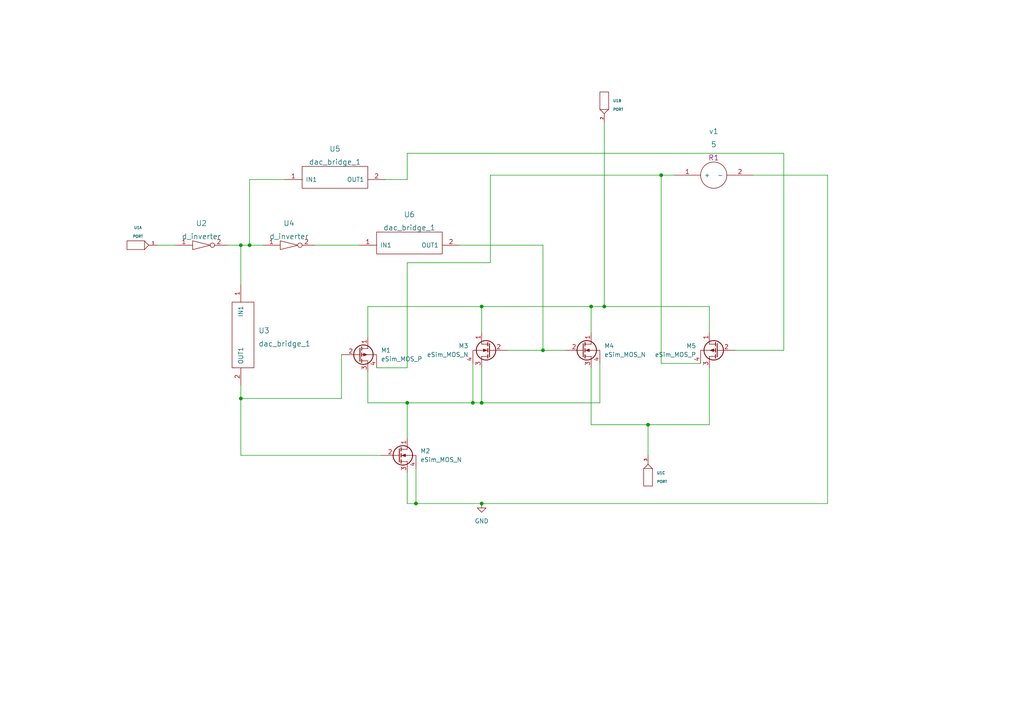
<source format=kicad_sch>
(kicad_sch (version 20211123) (generator eeschema)
  (paper "A4")
  (lib_symbols
    (symbol "eSim_Devices:eSim_MOS_N" (pin_names (offset 0) hide)
      (property "Reference" "M" (at 0 -3.81 0))
      (property "Value" "eSim_MOS_N" (at 2.54 -1.27 0))
      (symbol "eSim_MOS_N_0_1"
        (polyline (pts (xy 3.302 -7.366) (xy 3.302 -6.35)) (stroke (width 0.254)))
        (polyline (pts (xy 3.302 -6.858) (xy 5.08 -6.858)))
        (polyline (pts (xy 3.302 -5.588) (xy 3.302 -4.572)) (stroke (width 0.254)))
        (polyline (pts (xy 3.302 -5.08) (xy 5.08 -5.08)))
        (polyline (pts (xy 3.302 -3.81) (xy 3.302 -2.794)) (stroke (width 0.254)))
        (polyline (pts (xy 3.302 -3.302) (xy 5.08 -3.302)))
        (polyline (pts (xy 5.08 -7.62) (xy 5.08 -6.858)))
        (polyline (pts (xy 5.08 -3.302) (xy 5.08 -2.54)))
        (polyline (pts (xy 2.794 -6.985) (xy 2.794 -3.175) (xy 2.794 -3.175)) (stroke (width 0.254)))
        (polyline (pts (xy 5.08 -5.08) (xy 7.62 -5.08) (xy 7.62 -6.35)))
        (polyline (pts (xy 3.556 -5.08) (xy 4.572 -5.461) (xy 4.572 -4.699) (xy 3.556 -5.08)) (fill (type outline)))
        (circle (center 3.81 -5.08) (radius 2.8194) (stroke (width 0.254)))
      )
      (symbol "eSim_MOS_N_1_1"
        (pin passive line (at 5.08 0 270) (length 2.54) (name "D") (number "1"))
        (pin passive line (at -2.54 -5.08 0) (length 5.334) (name "G") (number "2"))
        (pin passive line (at 5.08 -10.16 90) (length 2.54) (name "S") (number "3"))
        (pin passive line (at 7.62 -8.89 90) (length 2.4892) (name "B") (number "4"))
      )
    )
    (symbol "eSim_Devices:eSim_MOS_P" (pin_names (offset 0) hide)
      (property "Reference" "M" (at -1.27 1.27 0))
      (property "Value" "eSim_MOS_P" (at 1.27 3.81 0))
      (symbol "eSim_MOS_P_0_1"
        (polyline (pts (xy 2.032 -1.778) (xy 3.81 -1.778)))
        (polyline (pts (xy 2.032 -1.27) (xy 2.032 -2.286)) (stroke (width 0.254)))
        (polyline (pts (xy 2.032 0) (xy 3.81 0)))
        (polyline (pts (xy 2.032 0.508) (xy 2.032 -0.508)) (stroke (width 0.254)))
        (polyline (pts (xy 2.032 1.778) (xy 3.81 1.778)))
        (polyline (pts (xy 2.032 2.286) (xy 2.032 1.27)) (stroke (width 0.254)))
        (polyline (pts (xy 3.81 -1.778) (xy 3.81 -2.54)))
        (polyline (pts (xy 3.81 2.54) (xy 3.81 1.778)))
        (polyline (pts (xy 1.524 1.905) (xy 1.524 -1.905) (xy 1.524 -1.905)) (stroke (width 0.254)))
        (polyline (pts (xy 3.81 0) (xy 6.35 0) (xy 6.35 -1.27)))
        (polyline (pts (xy 3.556 0) (xy 2.54 -0.381) (xy 2.54 0.381) (xy 3.556 0)) (fill (type outline)))
        (circle (center 2.54 0) (radius 2.8194) (stroke (width 0.254)))
      )
      (symbol "eSim_MOS_P_1_1"
        (pin passive line (at 3.81 5.08 270) (length 2.54) (name "D") (number "1"))
        (pin passive line (at -3.81 0 0) (length 5.334) (name "G") (number "2"))
        (pin passive line (at 3.81 -5.08 90) (length 2.54) (name "S") (number "3"))
        (pin passive line (at 6.35 -3.81 90) (length 2.54) (name "B") (number "4"))
      )
    )
    (symbol "eSim_Digital:d_inverter" (pin_names (offset 1.016))
      (property "Reference" "U" (at 0 -2.54 0))
      (property "Value" "d_inverter" (at 0 3.81 0))
      (symbol "d_inverter_0_1"
        (polyline (pts (xy -2.54 1.27) (xy -2.54 -1.27) (xy 2.54 0) (xy -2.54 1.27)))
      )
      (symbol "d_inverter_1_1"
        (pin input line (at -7.62 0 0) (length 5.08) (name "~") (number "1"))
        (pin output inverted (at 7.62 0 180) (length 5.08) (name "~") (number "2"))
      )
    )
    (symbol "eSim_Hybrid:dac_bridge_1" (pin_names (offset 1.016))
      (property "Reference" "U" (at 0 0 0))
      (property "Value" "dac_bridge_1" (at 0 3.81 0))
      (symbol "dac_bridge_1_0_1"
        (rectangle (start -10.16 5.08) (end 8.89 -1.27))
      )
      (symbol "dac_bridge_1_1_1"
        (pin input line (at -15.24 1.27 0) (length 5.08) (name "IN1") (number "1"))
        (pin output line (at 13.97 1.27 180) (length 5.08) (name "OUT1") (number "2"))
      )
    )
    (symbol "eSim_Miscellaneous:PORT" (pin_names (offset 1.016))
      (property "Reference" "U" (at 1.27 2.54 0))
      (property "Value" "PORT" (at 0 0 0))
      (symbol "PORT_0_1"
        (rectangle (start -2.54 1.27) (end 2.54 -1.27))
        (arc (start 2.54 1.27) (mid 3.1355 0.5955) (end 3.81 0))
        (arc (start 3.81 0) (mid 3.1447 -0.6046) (end 2.54 -1.27))
      )
      (symbol "PORT_1_1"
        (pin bidirectional line (at 6.35 0 180) (length 2.54) (name "~") (number "1"))
      )
      (symbol "PORT_2_1"
        (pin bidirectional line (at 6.35 0 180) (length 2.54) (name "~") (number "2"))
      )
      (symbol "PORT_3_1"
        (pin bidirectional line (at 6.35 0 180) (length 2.54) (name "~") (number "3"))
      )
      (symbol "PORT_4_1"
        (pin bidirectional line (at 6.35 0 180) (length 2.54) (name "~") (number "4"))
      )
      (symbol "PORT_5_1"
        (pin bidirectional line (at 6.35 0 180) (length 2.54) (name "~") (number "5"))
      )
      (symbol "PORT_6_1"
        (pin bidirectional line (at 6.35 0 180) (length 2.54) (name "~") (number "6"))
      )
      (symbol "PORT_7_1"
        (pin bidirectional line (at 6.35 0 180) (length 2.54) (name "~") (number "7"))
      )
      (symbol "PORT_8_1"
        (pin bidirectional line (at 6.35 0 180) (length 2.54) (name "~") (number "8"))
      )
      (symbol "PORT_9_1"
        (pin bidirectional line (at 6.35 0 180) (length 2.54) (name "~") (number "9"))
      )
      (symbol "PORT_10_1"
        (pin bidirectional line (at 6.35 0 180) (length 2.54) (name "~") (number "10"))
      )
      (symbol "PORT_11_1"
        (pin bidirectional line (at 6.35 0 180) (length 2.54) (name "~") (number "11"))
      )
      (symbol "PORT_12_1"
        (pin bidirectional line (at 6.35 0 180) (length 2.54) (name "~") (number "12"))
      )
      (symbol "PORT_13_1"
        (pin bidirectional line (at 6.35 0 180) (length 2.54) (name "~") (number "13"))
      )
      (symbol "PORT_14_1"
        (pin bidirectional line (at 6.35 0 180) (length 2.54) (name "~") (number "14"))
      )
      (symbol "PORT_15_1"
        (pin bidirectional line (at 6.35 0 180) (length 2.54) (name "~") (number "15"))
      )
      (symbol "PORT_16_1"
        (pin bidirectional line (at 6.35 0 180) (length 2.54) (name "~") (number "16"))
      )
      (symbol "PORT_17_1"
        (pin bidirectional line (at 6.35 0 180) (length 2.54) (name "~") (number "17"))
      )
      (symbol "PORT_18_1"
        (pin bidirectional line (at 6.35 0 180) (length 2.54) (name "~") (number "18"))
      )
      (symbol "PORT_19_1"
        (pin bidirectional line (at 6.35 0 180) (length 2.54) (name "~") (number "19"))
      )
      (symbol "PORT_20_1"
        (pin bidirectional line (at 6.35 0 180) (length 2.54) (name "~") (number "20"))
      )
      (symbol "PORT_21_1"
        (pin bidirectional line (at 6.35 0 180) (length 2.54) (name "~") (number "21"))
      )
      (symbol "PORT_22_1"
        (pin bidirectional line (at 6.35 0 180) (length 2.54) (name "~") (number "22"))
      )
      (symbol "PORT_23_1"
        (pin bidirectional line (at 6.35 0 180) (length 2.54) (name "~") (number "23"))
      )
      (symbol "PORT_24_1"
        (pin bidirectional line (at 6.35 0 180) (length 2.54) (name "~") (number "24"))
      )
      (symbol "PORT_25_1"
        (pin bidirectional line (at 6.35 0 180) (length 2.54) (name "~") (number "25"))
      )
      (symbol "PORT_26_1"
        (pin bidirectional line (at 6.35 0 180) (length 2.54) (name "~") (number "26"))
      )
    )
    (symbol "eSim_Power:eSim_GND" (power) (pin_names (offset 0))
      (property "Value" "eSim_GND" (at 0 -3.81 0))
      (symbol "eSim_GND_0_1"
        (polyline (pts (xy 0 0) (xy 0 -1.27) (xy 1.27 -1.27) (xy 0 -2.54) (xy -1.27 -1.27) (xy 0 -1.27)))
      )
      (symbol "eSim_GND_1_1"
        (pin power_in line (at 0 0 270) (length 0) hide (name "GND") (number "1"))
      )
    )
    (symbol "eSim_Sources:DC" (pin_names (offset 1.016))
      (property "Reference" "v" (at -5.08 2.54 0))
      (property "Value" "DC" (at -5.08 -1.27 0))
      (property "Footprint" "R1" (at -7.62 0 0))
      (symbol "DC_0_1"
        (circle (center 0 0) (radius 3.81))
      )
      (symbol "DC_1_1"
        (pin power_out line (at 0 11.43 270) (length 7.62) (name "+") (number "1"))
        (pin power_out line (at 0 -11.43 90) (length 7.62) (name "-") (number "2"))
      )
    )
  )
  (junction (at 139.7 146.05))
  (junction (at 139.7 88.9))
  (junction (at 187.96 123.19))
  (junction (at 118.11 116.84))
  (junction (at 157.48 101.6))
  (junction (at 120.65 146.05))
  (junction (at 137.16 116.84))
  (junction (at 191.77 50.8))
  (junction (at 175.26 88.9))
  (junction (at 171.45 88.9))
  (junction (at 69.85 115.57))
  (junction (at 139.7 116.84))
  (junction (at 72.39 71.12))
  (junction (at 69.85 71.12))
  (wire (pts (xy 187.96 123.19) (xy 187.96 132.08)))
  (wire (pts (xy 227.33 101.6) (xy 213.36 101.6)))
  (wire (pts (xy 147.32 101.6) (xy 157.48 101.6)))
  (wire (pts (xy 72.39 71.12) (xy 76.2 71.12)))
  (wire (pts (xy 139.7 106.68) (xy 139.7 116.84)))
  (wire (pts (xy 69.85 132.08) (xy 110.49 132.08)))
  (wire (pts (xy 118.11 106.68) (xy 118.11 76.2)))
  (wire (pts (xy 187.96 123.19) (xy 205.74 123.19)))
  (wire (pts (xy 106.68 88.9) (xy 106.68 97.79)))
  (wire (pts (xy 111.76 52.07) (xy 118.11 52.07)))
  (wire (pts (xy 171.45 88.9) (xy 139.7 88.9)))
  (wire (pts (xy 240.03 50.8) (xy 240.03 146.05)))
  (wire (pts (xy 69.85 71.12) (xy 69.85 82.55)))
  (wire (pts (xy 118.11 116.84) (xy 137.16 116.84)))
  (wire (pts (xy 171.45 88.9) (xy 171.45 96.52)))
  (wire (pts (xy 218.44 50.8) (xy 240.03 50.8)))
  (wire (pts (xy 91.44 71.12) (xy 104.14 71.12)))
  (wire (pts (xy 120.65 146.05) (xy 118.11 146.05)))
  (wire (pts (xy 157.48 101.6) (xy 163.83 101.6)))
  (wire (pts (xy 45.72 71.12) (xy 50.8 71.12)))
  (wire (pts (xy 118.11 52.07) (xy 118.11 44.45)))
  (wire (pts (xy 109.22 106.68) (xy 118.11 106.68)))
  (wire (pts (xy 133.35 71.12) (xy 157.48 71.12)))
  (wire (pts (xy 157.48 71.12) (xy 157.48 101.6)))
  (wire (pts (xy 69.85 111.76) (xy 69.85 115.57)))
  (wire (pts (xy 191.77 50.8) (xy 195.58 50.8)))
  (wire (pts (xy 205.74 123.19) (xy 205.74 106.68)))
  (wire (pts (xy 118.11 76.2) (xy 142.24 76.2)))
  (wire (pts (xy 99.06 102.87) (xy 99.06 115.57)))
  (wire (pts (xy 118.11 116.84) (xy 118.11 127)))
  (wire (pts (xy 118.11 44.45) (xy 227.33 44.45)))
  (wire (pts (xy 142.24 76.2) (xy 142.24 50.8)))
  (wire (pts (xy 139.7 146.05) (xy 120.65 146.05)))
  (wire (pts (xy 142.24 50.8) (xy 191.77 50.8)))
  (wire (pts (xy 139.7 116.84) (xy 173.99 116.84)))
  (wire (pts (xy 106.68 107.95) (xy 106.68 116.84)))
  (wire (pts (xy 205.74 96.52) (xy 205.74 88.9)))
  (wire (pts (xy 106.68 116.84) (xy 118.11 116.84)))
  (wire (pts (xy 173.99 116.84) (xy 173.99 105.41)))
  (wire (pts (xy 175.26 88.9) (xy 171.45 88.9)))
  (wire (pts (xy 191.77 105.41) (xy 191.77 50.8)))
  (wire (pts (xy 227.33 44.45) (xy 227.33 101.6)))
  (wire (pts (xy 203.2 105.41) (xy 191.77 105.41)))
  (wire (pts (xy 175.26 35.56) (xy 175.26 88.9)))
  (wire (pts (xy 120.65 135.89) (xy 120.65 146.05)))
  (wire (pts (xy 171.45 123.19) (xy 187.96 123.19)))
  (wire (pts (xy 69.85 115.57) (xy 69.85 132.08)))
  (wire (pts (xy 99.06 115.57) (xy 69.85 115.57)))
  (wire (pts (xy 118.11 146.05) (xy 118.11 137.16)))
  (wire (pts (xy 240.03 146.05) (xy 139.7 146.05)))
  (wire (pts (xy 171.45 106.68) (xy 171.45 123.19)))
  (wire (pts (xy 66.04 71.12) (xy 69.85 71.12)))
  (wire (pts (xy 139.7 88.9) (xy 139.7 96.52)))
  (wire (pts (xy 139.7 88.9) (xy 106.68 88.9)))
  (wire (pts (xy 205.74 88.9) (xy 175.26 88.9)))
  (wire (pts (xy 137.16 105.41) (xy 137.16 116.84)))
  (wire (pts (xy 69.85 71.12) (xy 72.39 71.12)))
  (wire (pts (xy 72.39 52.07) (xy 72.39 71.12)))
  (wire (pts (xy 137.16 116.84) (xy 139.7 116.84)))
  (wire (pts (xy 82.55 52.07) (xy 72.39 52.07)))
  (symbol (lib_id "eSim_Miscellaneous:PORT") (at 175.26 29.21 270) (unit 2)
    (property "Reference" "U1" (at 177.8 29.21 90) (effects (font (size 0.762 0.762)) (justify left)))
    (property "Value" "PORT" (at 177.8 31.75 90) (effects (font (size 0.762 0.762)) (justify left)))
  )
  (symbol (lib_id "eSim_Hybrid:dac_bridge_1") (at 119.38 72.39 0) (unit 1)
    (property "Reference" "U6" (at 118.745 62.23 0) (effects (font (size 1.524 1.524))))
    (property "Value" "dac_bridge_1" (at 118.745 66.04 0) (effects (font (size 1.524 1.524))))
  )
  (symbol (lib_id "eSim_Miscellaneous:PORT") (at 39.37 71.12 0) (unit 1)
    (property "Reference" "U1" (at 40.005 66.04 0) (effects (font (size 0.762 0.762))))
    (property "Value" "PORT" (at 40.005 68.58 0) (effects (font (size 0.762 0.762))))
  )
  (symbol (lib_id "eSim_Devices:eSim_MOS_P") (at 209.55 101.6 0) (mirror y) (unit 1)
    (property "Reference" "M5" (at 201.93 100.3299 0) (effects (justify left)))
    (property "Value" "eSim_MOS_P" (at 201.93 102.8699 0) (effects (justify left)))
  )
  (symbol (lib_id "eSim_Devices:eSim_MOS_N") (at 144.78 96.52 0) (mirror y) (unit 1)
    (property "Reference" "M3" (at 135.89 100.3299 0) (effects (justify left)))
    (property "Value" "eSim_MOS_N" (at 135.89 102.8699 0) (effects (justify left)))
  )
  (symbol (lib_id "eSim_Digital:d_inverter") (at 83.82 71.12 0) (unit 1)
    (property "Reference" "U4" (at 83.82 64.77 0) (effects (font (size 1.524 1.524))))
    (property "Value" "d_inverter" (at 83.82 68.58 0) (effects (font (size 1.524 1.524))))
  )
  (symbol (lib_id "eSim_Digital:d_inverter") (at 58.42 71.12 0) (unit 1)
    (property "Reference" "U2" (at 58.42 64.77 0) (effects (font (size 1.524 1.524))))
    (property "Value" "d_inverter" (at 58.42 68.58 0) (effects (font (size 1.524 1.524))))
  )
  (symbol (lib_id "eSim_Miscellaneous:PORT") (at 187.96 138.43 90) (unit 3)
    (property "Reference" "U1" (at 190.5 137.16 90) (effects (font (size 0.762 0.762)) (justify right)))
    (property "Value" "PORT" (at 190.5 139.7 90) (effects (font (size 0.762 0.762)) (justify right)))
  )
  (symbol (lib_id "eSim_Hybrid:dac_bridge_1") (at 97.79 53.34 0) (unit 1)
    (property "Reference" "U5" (at 97.155 43.18 0) (effects (font (size 1.524 1.524))))
    (property "Value" "dac_bridge_1" (at 97.155 46.99 0) (effects (font (size 1.524 1.524))))
  )
  (symbol (lib_id "eSim_Power:eSim_GND") (at 139.7 146.05 0) (unit 1)
    (property "Reference" "#PWR01" (effects hide))
    (property "Value" "eSim_GND" (at 139.7 151.13 0))
  )
  (symbol (lib_id "eSim_Devices:eSim_MOS_N") (at 166.37 96.52 0) (unit 1)
    (property "Reference" "M4" (at 175.26 100.3299 0) (effects (justify left)))
    (property "Value" "eSim_MOS_N" (at 175.26 102.8699 0) (effects (justify left)))
  )
  (symbol (lib_id "eSim_Hybrid:dac_bridge_1") (at 68.58 97.79 270) (unit 1)
    (property "Reference" "U3" (at 74.93 95.885 90) (effects (font (size 1.524 1.524)) (justify left)))
    (property "Value" "dac_bridge_1" (at 74.93 99.695 90) (effects (font (size 1.524 1.524)) (justify left)))
  )
  (symbol (lib_id "eSim_Sources:DC") (at 207.01 50.8 90) (unit 1)
    (property "Reference" "v1" (at 207.01 38.1 90) (effects (font (size 1.524 1.524))))
    (property "Value" "5" (at 207.01 41.91 90) (effects (font (size 1.524 1.524))))
    (property "Footprint" "R1" (at 207.01 45.72 90) (effects (font (size 1.524 1.524))))
  )
  (symbol (lib_id "eSim_Devices:eSim_MOS_N") (at 113.03 127 0) (unit 1)
    (property "Reference" "M2" (at 121.92 130.8099 0) (effects (justify left)))
    (property "Value" "eSim_MOS_N" (at 121.92 133.3499 0) (effects (justify left)))
  )
  (symbol (lib_id "eSim_Devices:eSim_MOS_P") (at 102.87 102.87 0) (unit 1)
    (property "Reference" "M1" (at 110.49 101.5999 0) (effects (justify left)))
    (property "Value" "eSim_MOS_P" (at 110.49 104.1399 0) (effects (justify left)))
  )
)
</source>
